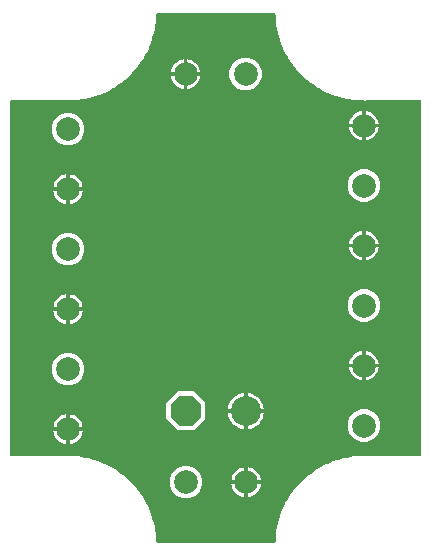
<source format=gbr>
G04 EAGLE Gerber X2 export*
%TF.Part,Single*%
%TF.FileFunction,Copper,L1,Top,Mixed*%
%TF.FilePolarity,Positive*%
%TF.GenerationSoftware,Autodesk,EAGLE,9.1.0*%
%TF.CreationDate,2018-10-24T11:47:27Z*%
G75*
%MOMM*%
%FSLAX34Y34*%
%LPD*%
%AMOC8*
5,1,8,0,0,1.08239X$1,22.5*%
G01*
%ADD10C,2.000000*%
%ADD11C,2.540000*%
%ADD12P,2.749271X8X202.500000*%

G36*
X234686Y10926D02*
X234686Y10926D01*
X234705Y10924D01*
X234807Y10946D01*
X234909Y10962D01*
X234926Y10972D01*
X234946Y10976D01*
X235035Y11029D01*
X235126Y11078D01*
X235140Y11092D01*
X235157Y11102D01*
X235224Y11181D01*
X235296Y11256D01*
X235304Y11274D01*
X235317Y11289D01*
X235356Y11385D01*
X235399Y11479D01*
X235401Y11499D01*
X235409Y11517D01*
X235427Y11684D01*
X235427Y11925D01*
X235439Y11950D01*
X235470Y11993D01*
X235491Y12060D01*
X235521Y12124D01*
X235533Y12197D01*
X235543Y12229D01*
X235542Y12251D01*
X235549Y12289D01*
X235770Y16230D01*
X235766Y16266D01*
X235769Y16291D01*
X235767Y16301D01*
X235769Y16328D01*
X235752Y16400D01*
X235744Y16475D01*
X235723Y16519D01*
X235712Y16567D01*
X235651Y16677D01*
X235641Y16698D01*
X235636Y16704D01*
X235631Y16714D01*
X235615Y16736D01*
X235882Y18308D01*
X235882Y18337D01*
X235891Y18393D01*
X235981Y19985D01*
X236001Y20003D01*
X236032Y20041D01*
X236070Y20073D01*
X236109Y20137D01*
X236156Y20195D01*
X236173Y20241D01*
X236199Y20282D01*
X236233Y20403D01*
X236241Y20425D01*
X236242Y20433D01*
X236245Y20444D01*
X236934Y24502D01*
X236935Y24551D01*
X236944Y24599D01*
X236940Y24635D01*
X236943Y24665D01*
X236935Y24700D01*
X236936Y24748D01*
X236920Y24795D01*
X236915Y24843D01*
X236893Y24894D01*
X236891Y24905D01*
X236884Y24917D01*
X236866Y24959D01*
X236859Y24982D01*
X236854Y24988D01*
X236850Y24998D01*
X236837Y25022D01*
X237278Y26555D01*
X237282Y26583D01*
X237297Y26638D01*
X237564Y28210D01*
X237587Y28226D01*
X237621Y28260D01*
X237662Y28287D01*
X237708Y28346D01*
X237762Y28399D01*
X237784Y28442D01*
X237814Y28481D01*
X237862Y28597D01*
X237872Y28618D01*
X237873Y28625D01*
X237878Y28636D01*
X239017Y32592D01*
X239023Y32640D01*
X239038Y32687D01*
X239038Y32762D01*
X239046Y32836D01*
X239036Y32884D01*
X239036Y32933D01*
X239001Y33054D01*
X238996Y33077D01*
X238992Y33083D01*
X238989Y33094D01*
X238979Y33120D01*
X239589Y34593D01*
X239596Y34621D01*
X239617Y34673D01*
X240059Y36205D01*
X240083Y36219D01*
X240121Y36249D01*
X240165Y36271D01*
X240217Y36325D01*
X240276Y36371D01*
X240303Y36412D01*
X240337Y36447D01*
X240398Y36557D01*
X240411Y36577D01*
X240412Y36584D01*
X240418Y36594D01*
X241993Y40397D01*
X242004Y40445D01*
X242025Y40489D01*
X242032Y40564D01*
X242049Y40637D01*
X242045Y40685D01*
X242050Y40734D01*
X242029Y40858D01*
X242026Y40882D01*
X242023Y40888D01*
X242021Y40899D01*
X242014Y40926D01*
X242785Y42322D01*
X242795Y42349D01*
X242822Y42399D01*
X243432Y43872D01*
X243458Y43882D01*
X243499Y43908D01*
X243545Y43925D01*
X243603Y43972D01*
X243667Y44012D01*
X243698Y44049D01*
X243736Y44080D01*
X243809Y44183D01*
X243824Y44201D01*
X243826Y44208D01*
X243833Y44217D01*
X245824Y47821D01*
X245841Y47867D01*
X245866Y47909D01*
X245882Y47982D01*
X245907Y48052D01*
X245908Y48101D01*
X245918Y48149D01*
X245912Y48259D01*
X245912Y48263D01*
X245911Y48268D01*
X245911Y48275D01*
X245911Y48298D01*
X245909Y48305D01*
X245909Y48316D01*
X245904Y48344D01*
X246827Y49644D01*
X246839Y49670D01*
X246872Y49716D01*
X247643Y51112D01*
X247670Y51120D01*
X247714Y51141D01*
X247762Y51152D01*
X247825Y51193D01*
X247892Y51225D01*
X247927Y51259D01*
X247968Y51285D01*
X248052Y51379D01*
X248069Y51396D01*
X248073Y51402D01*
X248080Y51411D01*
X250462Y54768D01*
X250484Y54812D01*
X250514Y54851D01*
X250538Y54922D01*
X250570Y54989D01*
X250577Y55038D01*
X250593Y55084D01*
X250599Y55209D01*
X250602Y55233D01*
X250601Y55240D01*
X250602Y55251D01*
X250600Y55279D01*
X251663Y56468D01*
X251678Y56493D01*
X251716Y56535D01*
X252638Y57835D01*
X252666Y57840D01*
X252712Y57856D01*
X252760Y57862D01*
X252827Y57895D01*
X252898Y57920D01*
X252937Y57949D01*
X252981Y57971D01*
X253075Y58055D01*
X253093Y58069D01*
X253098Y58076D01*
X253106Y58083D01*
X255849Y61153D01*
X255875Y61194D01*
X255909Y61229D01*
X255941Y61297D01*
X255981Y61360D01*
X255993Y61408D01*
X256014Y61452D01*
X256035Y61576D01*
X256040Y61599D01*
X256040Y61606D01*
X256042Y61617D01*
X256043Y61645D01*
X257232Y62707D01*
X257250Y62730D01*
X257293Y62768D01*
X258355Y63957D01*
X258383Y63958D01*
X258430Y63969D01*
X258479Y63970D01*
X258550Y63995D01*
X258623Y64012D01*
X258665Y64037D01*
X258711Y64053D01*
X258813Y64126D01*
X258833Y64139D01*
X258838Y64144D01*
X258847Y64151D01*
X261917Y66894D01*
X261948Y66932D01*
X261985Y66964D01*
X262024Y67027D01*
X262072Y67086D01*
X262089Y67131D01*
X262114Y67173D01*
X262149Y67294D01*
X262157Y67316D01*
X262157Y67323D01*
X262160Y67334D01*
X262165Y67362D01*
X263465Y68284D01*
X263486Y68304D01*
X263532Y68337D01*
X264721Y69400D01*
X264749Y69398D01*
X264797Y69404D01*
X264846Y69399D01*
X264919Y69417D01*
X264993Y69424D01*
X265038Y69445D01*
X265085Y69456D01*
X265195Y69517D01*
X265217Y69527D01*
X265222Y69532D01*
X265232Y69538D01*
X268589Y71920D01*
X268624Y71954D01*
X268665Y71981D01*
X268711Y72040D01*
X268764Y72093D01*
X268786Y72136D01*
X268817Y72175D01*
X268864Y72291D01*
X268875Y72312D01*
X268876Y72320D01*
X268880Y72330D01*
X268888Y72357D01*
X270284Y73128D01*
X270307Y73146D01*
X270356Y73173D01*
X271656Y74096D01*
X271684Y74091D01*
X271732Y74091D01*
X271780Y74081D01*
X271855Y74090D01*
X271930Y74090D01*
X271976Y74105D01*
X272024Y74111D01*
X272141Y74160D01*
X272163Y74167D01*
X272169Y74171D01*
X272179Y74176D01*
X275783Y76167D01*
X275821Y76197D01*
X275865Y76220D01*
X275917Y76273D01*
X275976Y76319D01*
X276003Y76360D01*
X276037Y76395D01*
X276097Y76505D01*
X276111Y76525D01*
X276112Y76532D01*
X276118Y76542D01*
X276128Y76568D01*
X277601Y77178D01*
X277626Y77193D01*
X277678Y77215D01*
X279074Y77986D01*
X279101Y77979D01*
X279149Y77973D01*
X279196Y77958D01*
X279271Y77958D01*
X279345Y77950D01*
X279393Y77960D01*
X279442Y77960D01*
X279562Y77995D01*
X279586Y78000D01*
X279592Y78004D01*
X279603Y78007D01*
X283406Y79582D01*
X283448Y79608D01*
X283494Y79625D01*
X283552Y79672D01*
X283615Y79712D01*
X283646Y79750D01*
X283684Y79780D01*
X283757Y79883D01*
X283772Y79901D01*
X283775Y79908D01*
X283781Y79917D01*
X283795Y79941D01*
X285327Y80383D01*
X285353Y80395D01*
X285407Y80411D01*
X286880Y81021D01*
X286906Y81011D01*
X286954Y81000D01*
X286998Y80979D01*
X287015Y80978D01*
X287019Y80976D01*
X287084Y80969D01*
X287145Y80955D01*
X287182Y80958D01*
X287185Y80958D01*
X287208Y80958D01*
X287243Y80954D01*
X287367Y80975D01*
X287390Y80978D01*
X287397Y80981D01*
X287408Y80983D01*
X291364Y82122D01*
X291408Y82143D01*
X291456Y82155D01*
X291519Y82196D01*
X291586Y82228D01*
X291622Y82262D01*
X291663Y82288D01*
X291746Y82382D01*
X291763Y82398D01*
X291767Y82405D01*
X291774Y82413D01*
X291790Y82436D01*
X293362Y82703D01*
X293390Y82712D01*
X293445Y82722D01*
X294978Y83163D01*
X295002Y83150D01*
X295048Y83134D01*
X295090Y83108D01*
X295163Y83092D01*
X295234Y83067D01*
X295282Y83066D01*
X295330Y83056D01*
X295456Y83063D01*
X295480Y83063D01*
X295486Y83065D01*
X295498Y83066D01*
X299556Y83755D01*
X299603Y83771D01*
X299651Y83778D01*
X299718Y83811D01*
X299789Y83835D01*
X299828Y83865D01*
X299872Y83887D01*
X299965Y83970D01*
X299984Y83985D01*
X299988Y83991D01*
X299997Y83999D01*
X300015Y84019D01*
X301607Y84109D01*
X301635Y84115D01*
X301692Y84118D01*
X303264Y84385D01*
X303286Y84369D01*
X303330Y84348D01*
X303369Y84318D01*
X303440Y84294D01*
X303507Y84261D01*
X303556Y84255D01*
X303602Y84239D01*
X303728Y84232D01*
X303751Y84229D01*
X303758Y84231D01*
X303770Y84230D01*
X307711Y84451D01*
X307779Y84467D01*
X307849Y84472D01*
X307898Y84493D01*
X307951Y84505D01*
X308011Y84541D01*
X308075Y84568D01*
X308081Y84573D01*
X309850Y84573D01*
X309866Y84575D01*
X309893Y84574D01*
X311665Y84673D01*
X311691Y84663D01*
X311736Y84634D01*
X311804Y84617D01*
X311869Y84591D01*
X311944Y84583D01*
X311975Y84575D01*
X311997Y84577D01*
X312036Y84573D01*
X358316Y84573D01*
X358336Y84576D01*
X358355Y84574D01*
X358457Y84596D01*
X358559Y84612D01*
X358576Y84622D01*
X358596Y84626D01*
X358685Y84679D01*
X358776Y84728D01*
X358790Y84742D01*
X358807Y84752D01*
X358874Y84831D01*
X358946Y84906D01*
X358954Y84924D01*
X358967Y84939D01*
X359006Y85035D01*
X359049Y85129D01*
X359051Y85149D01*
X359059Y85167D01*
X359077Y85334D01*
X359077Y384666D01*
X359074Y384686D01*
X359076Y384705D01*
X359054Y384807D01*
X359038Y384909D01*
X359028Y384926D01*
X359024Y384946D01*
X358971Y385035D01*
X358922Y385126D01*
X358908Y385140D01*
X358898Y385157D01*
X358819Y385224D01*
X358744Y385296D01*
X358726Y385304D01*
X358711Y385317D01*
X358615Y385356D01*
X358521Y385399D01*
X358501Y385401D01*
X358483Y385409D01*
X358316Y385427D01*
X312036Y385427D01*
X311967Y385416D01*
X311897Y385414D01*
X311846Y385396D01*
X311793Y385388D01*
X311731Y385355D01*
X311665Y385331D01*
X311660Y385327D01*
X309893Y385426D01*
X309877Y385424D01*
X309850Y385427D01*
X308075Y385427D01*
X308050Y385439D01*
X308007Y385470D01*
X307940Y385491D01*
X307876Y385521D01*
X307803Y385533D01*
X307772Y385543D01*
X307749Y385542D01*
X307711Y385549D01*
X303770Y385770D01*
X303721Y385765D01*
X303672Y385769D01*
X303600Y385752D01*
X303525Y385744D01*
X303481Y385724D01*
X303433Y385712D01*
X303323Y385651D01*
X303302Y385641D01*
X303296Y385636D01*
X303286Y385631D01*
X303264Y385615D01*
X301692Y385882D01*
X301663Y385882D01*
X301607Y385891D01*
X300015Y385981D01*
X299997Y386001D01*
X299959Y386032D01*
X299927Y386070D01*
X299863Y386109D01*
X299805Y386156D01*
X299759Y386173D01*
X299718Y386199D01*
X299597Y386233D01*
X299575Y386241D01*
X299567Y386242D01*
X299556Y386245D01*
X295498Y386934D01*
X295449Y386935D01*
X295401Y386944D01*
X295327Y386935D01*
X295252Y386936D01*
X295205Y386920D01*
X295157Y386915D01*
X295041Y386866D01*
X295018Y386859D01*
X295012Y386854D01*
X295002Y386850D01*
X294978Y386837D01*
X293445Y387278D01*
X293417Y387281D01*
X293362Y387297D01*
X291790Y387564D01*
X291774Y387587D01*
X291740Y387621D01*
X291713Y387662D01*
X291654Y387709D01*
X291601Y387762D01*
X291558Y387784D01*
X291519Y387814D01*
X291403Y387862D01*
X291382Y387872D01*
X291375Y387873D01*
X291364Y387878D01*
X287408Y389017D01*
X287360Y389023D01*
X287313Y389038D01*
X287238Y389038D01*
X287164Y389046D01*
X287116Y389036D01*
X287067Y389036D01*
X286946Y389001D01*
X286923Y388996D01*
X286917Y388992D01*
X286906Y388989D01*
X286880Y388979D01*
X285407Y389589D01*
X285379Y389596D01*
X285327Y389617D01*
X283795Y390059D01*
X283781Y390083D01*
X283751Y390121D01*
X283729Y390165D01*
X283675Y390217D01*
X283629Y390276D01*
X283588Y390303D01*
X283553Y390337D01*
X283443Y390398D01*
X283423Y390411D01*
X283416Y390412D01*
X283406Y390418D01*
X279603Y391993D01*
X279555Y392004D01*
X279511Y392025D01*
X279436Y392032D01*
X279363Y392049D01*
X279315Y392045D01*
X279266Y392050D01*
X279142Y392029D01*
X279118Y392026D01*
X279112Y392023D01*
X279101Y392021D01*
X279074Y392014D01*
X277678Y392785D01*
X277651Y392795D01*
X277601Y392822D01*
X276128Y393432D01*
X276118Y393458D01*
X276092Y393499D01*
X276075Y393545D01*
X276028Y393603D01*
X275988Y393667D01*
X275951Y393698D01*
X275920Y393736D01*
X275817Y393809D01*
X275799Y393824D01*
X275792Y393826D01*
X275783Y393833D01*
X272179Y395824D01*
X272133Y395841D01*
X272091Y395866D01*
X272018Y395882D01*
X271948Y395907D01*
X271899Y395908D01*
X271851Y395918D01*
X271725Y395911D01*
X271702Y395911D01*
X271695Y395909D01*
X271684Y395909D01*
X271656Y395904D01*
X270356Y396827D01*
X270330Y396839D01*
X270284Y396872D01*
X268888Y397643D01*
X268880Y397670D01*
X268859Y397714D01*
X268848Y397762D01*
X268807Y397825D01*
X268775Y397892D01*
X268741Y397927D01*
X268715Y397968D01*
X268621Y398052D01*
X268604Y398069D01*
X268598Y398073D01*
X268589Y398080D01*
X265232Y400462D01*
X265188Y400484D01*
X265149Y400514D01*
X265078Y400538D01*
X265011Y400570D01*
X264962Y400577D01*
X264916Y400593D01*
X264791Y400599D01*
X264767Y400602D01*
X264760Y400601D01*
X264749Y400602D01*
X264721Y400600D01*
X263532Y401663D01*
X263507Y401678D01*
X263465Y401716D01*
X262165Y402638D01*
X262160Y402666D01*
X262144Y402712D01*
X262138Y402760D01*
X262105Y402827D01*
X262080Y402898D01*
X262051Y402937D01*
X262029Y402981D01*
X261945Y403075D01*
X261931Y403093D01*
X261924Y403098D01*
X261917Y403106D01*
X258847Y405849D01*
X258806Y405875D01*
X258771Y405909D01*
X258703Y405941D01*
X258640Y405981D01*
X258592Y405993D01*
X258548Y406014D01*
X258424Y406035D01*
X258401Y406040D01*
X258394Y406040D01*
X258383Y406042D01*
X258355Y406043D01*
X257293Y407232D01*
X257270Y407250D01*
X257232Y407293D01*
X256043Y408355D01*
X256042Y408383D01*
X256031Y408430D01*
X256030Y408479D01*
X256005Y408550D01*
X255988Y408623D01*
X255963Y408665D01*
X255947Y408711D01*
X255874Y408813D01*
X255861Y408833D01*
X255856Y408838D01*
X255849Y408847D01*
X253106Y411917D01*
X253068Y411948D01*
X253036Y411985D01*
X252973Y412024D01*
X252914Y412072D01*
X252869Y412089D01*
X252827Y412114D01*
X252706Y412149D01*
X252684Y412157D01*
X252677Y412157D01*
X252666Y412160D01*
X252638Y412165D01*
X251716Y413465D01*
X251696Y413486D01*
X251663Y413532D01*
X250600Y414721D01*
X250602Y414749D01*
X250596Y414797D01*
X250601Y414846D01*
X250583Y414919D01*
X250576Y414993D01*
X250555Y415038D01*
X250544Y415085D01*
X250483Y415195D01*
X250473Y415217D01*
X250468Y415222D01*
X250462Y415232D01*
X248080Y418589D01*
X248046Y418624D01*
X248019Y418665D01*
X247960Y418711D01*
X247907Y418764D01*
X247863Y418786D01*
X247825Y418817D01*
X247709Y418864D01*
X247687Y418875D01*
X247680Y418876D01*
X247670Y418880D01*
X247643Y418888D01*
X246872Y420284D01*
X246854Y420306D01*
X246827Y420356D01*
X245904Y421656D01*
X245909Y421684D01*
X245909Y421732D01*
X245919Y421780D01*
X245910Y421855D01*
X245910Y421930D01*
X245895Y421976D01*
X245889Y422025D01*
X245840Y422141D01*
X245833Y422163D01*
X245829Y422169D01*
X245824Y422179D01*
X243833Y425783D01*
X243803Y425821D01*
X243780Y425865D01*
X243727Y425917D01*
X243681Y425976D01*
X243640Y426003D01*
X243605Y426037D01*
X243495Y426097D01*
X243475Y426111D01*
X243468Y426112D01*
X243458Y426118D01*
X243432Y426128D01*
X242822Y427601D01*
X242807Y427626D01*
X242785Y427678D01*
X242014Y429074D01*
X242021Y429101D01*
X242027Y429149D01*
X242042Y429196D01*
X242042Y429271D01*
X242050Y429345D01*
X242040Y429393D01*
X242040Y429442D01*
X242005Y429562D01*
X242000Y429586D01*
X241996Y429592D01*
X241993Y429603D01*
X240418Y433406D01*
X240392Y433448D01*
X240375Y433494D01*
X240328Y433552D01*
X240288Y433615D01*
X240250Y433646D01*
X240220Y433684D01*
X240117Y433757D01*
X240099Y433772D01*
X240092Y433775D01*
X240083Y433781D01*
X240059Y433795D01*
X239617Y435327D01*
X239605Y435353D01*
X239589Y435407D01*
X238979Y436880D01*
X238989Y436906D01*
X239000Y436954D01*
X239021Y436998D01*
X239028Y437073D01*
X239045Y437145D01*
X239041Y437194D01*
X239046Y437243D01*
X239025Y437367D01*
X239022Y437390D01*
X239019Y437397D01*
X239017Y437408D01*
X237878Y441364D01*
X237857Y441408D01*
X237845Y441456D01*
X237805Y441519D01*
X237772Y441586D01*
X237738Y441622D01*
X237712Y441663D01*
X237618Y441746D01*
X237602Y441763D01*
X237595Y441767D01*
X237587Y441774D01*
X237564Y441790D01*
X237297Y443362D01*
X237288Y443390D01*
X237278Y443445D01*
X236837Y444978D01*
X236850Y445002D01*
X236866Y445048D01*
X236892Y445090D01*
X236908Y445163D01*
X236933Y445234D01*
X236934Y445283D01*
X236944Y445330D01*
X236937Y445455D01*
X236937Y445479D01*
X236935Y445487D01*
X236934Y445498D01*
X236245Y449556D01*
X236229Y449603D01*
X236222Y449651D01*
X236189Y449718D01*
X236165Y449789D01*
X236135Y449828D01*
X236113Y449872D01*
X236030Y449965D01*
X236015Y449984D01*
X236009Y449988D01*
X236001Y449997D01*
X235981Y450015D01*
X235891Y451607D01*
X235885Y451635D01*
X235882Y451692D01*
X235615Y453264D01*
X235631Y453286D01*
X235652Y453330D01*
X235682Y453369D01*
X235706Y453440D01*
X235739Y453507D01*
X235745Y453556D01*
X235761Y453602D01*
X235768Y453727D01*
X235771Y453751D01*
X235769Y453758D01*
X235770Y453770D01*
X235549Y457711D01*
X235533Y457779D01*
X235528Y457849D01*
X235507Y457898D01*
X235495Y457951D01*
X235459Y458011D01*
X235432Y458075D01*
X235427Y458081D01*
X235427Y458316D01*
X235424Y458336D01*
X235426Y458355D01*
X235404Y458457D01*
X235388Y458559D01*
X235378Y458576D01*
X235374Y458596D01*
X235321Y458685D01*
X235272Y458776D01*
X235258Y458790D01*
X235248Y458807D01*
X235169Y458874D01*
X235094Y458946D01*
X235076Y458954D01*
X235061Y458967D01*
X234965Y459006D01*
X234871Y459049D01*
X234851Y459051D01*
X234833Y459059D01*
X234666Y459077D01*
X135334Y459077D01*
X135314Y459074D01*
X135295Y459076D01*
X135193Y459054D01*
X135091Y459038D01*
X135074Y459028D01*
X135054Y459024D01*
X134965Y458971D01*
X134874Y458922D01*
X134860Y458908D01*
X134843Y458898D01*
X134776Y458819D01*
X134704Y458744D01*
X134696Y458726D01*
X134683Y458711D01*
X134644Y458615D01*
X134601Y458521D01*
X134599Y458501D01*
X134591Y458483D01*
X134573Y458316D01*
X134573Y458075D01*
X134561Y458050D01*
X134530Y458007D01*
X134509Y457940D01*
X134479Y457876D01*
X134467Y457803D01*
X134457Y457772D01*
X134458Y457749D01*
X134451Y457711D01*
X134230Y453770D01*
X134235Y453721D01*
X134231Y453672D01*
X134248Y453600D01*
X134256Y453525D01*
X134276Y453481D01*
X134288Y453433D01*
X134349Y453323D01*
X134359Y453302D01*
X134364Y453296D01*
X134369Y453286D01*
X134385Y453264D01*
X134118Y451692D01*
X134118Y451663D01*
X134109Y451607D01*
X134019Y450015D01*
X133999Y449997D01*
X133968Y449959D01*
X133930Y449927D01*
X133891Y449863D01*
X133844Y449805D01*
X133827Y449759D01*
X133801Y449718D01*
X133773Y449618D01*
X133768Y449608D01*
X133767Y449598D01*
X133767Y449597D01*
X133759Y449575D01*
X133758Y449567D01*
X133755Y449556D01*
X133066Y445498D01*
X133065Y445449D01*
X133056Y445401D01*
X133065Y445327D01*
X133064Y445252D01*
X133080Y445205D01*
X133085Y445157D01*
X133134Y445041D01*
X133141Y445018D01*
X133146Y445012D01*
X133150Y445002D01*
X133163Y444978D01*
X132722Y443445D01*
X132718Y443417D01*
X132703Y443362D01*
X132436Y441790D01*
X132413Y441774D01*
X132379Y441740D01*
X132338Y441713D01*
X132291Y441654D01*
X132238Y441601D01*
X132216Y441558D01*
X132186Y441519D01*
X132138Y441403D01*
X132128Y441382D01*
X132127Y441375D01*
X132122Y441364D01*
X130983Y437408D01*
X130977Y437360D01*
X130962Y437313D01*
X130962Y437238D01*
X130954Y437164D01*
X130964Y437116D01*
X130964Y437067D01*
X130999Y436946D01*
X131004Y436923D01*
X131008Y436917D01*
X131011Y436906D01*
X131021Y436880D01*
X130411Y435407D01*
X130404Y435379D01*
X130383Y435327D01*
X129941Y433795D01*
X129917Y433781D01*
X129879Y433751D01*
X129835Y433729D01*
X129783Y433675D01*
X129724Y433629D01*
X129697Y433588D01*
X129663Y433553D01*
X129602Y433443D01*
X129589Y433423D01*
X129588Y433416D01*
X129582Y433406D01*
X128007Y429603D01*
X127996Y429555D01*
X127975Y429511D01*
X127968Y429436D01*
X127951Y429363D01*
X127955Y429315D01*
X127950Y429266D01*
X127971Y429142D01*
X127974Y429118D01*
X127977Y429112D01*
X127979Y429101D01*
X127986Y429074D01*
X127215Y427678D01*
X127205Y427651D01*
X127178Y427601D01*
X126568Y426128D01*
X126542Y426118D01*
X126501Y426092D01*
X126455Y426075D01*
X126397Y426028D01*
X126333Y425988D01*
X126302Y425951D01*
X126264Y425920D01*
X126192Y425817D01*
X126176Y425799D01*
X126174Y425792D01*
X126167Y425783D01*
X124176Y422179D01*
X124159Y422133D01*
X124134Y422091D01*
X124118Y422018D01*
X124093Y421948D01*
X124092Y421899D01*
X124082Y421851D01*
X124089Y421725D01*
X124089Y421702D01*
X124091Y421695D01*
X124091Y421684D01*
X124096Y421656D01*
X123173Y420356D01*
X123161Y420330D01*
X123128Y420284D01*
X122357Y418888D01*
X122330Y418880D01*
X122286Y418859D01*
X122238Y418848D01*
X122175Y418807D01*
X122108Y418775D01*
X122073Y418741D01*
X122032Y418715D01*
X121948Y418621D01*
X121931Y418604D01*
X121927Y418598D01*
X121920Y418589D01*
X119538Y415232D01*
X119516Y415188D01*
X119486Y415149D01*
X119462Y415078D01*
X119430Y415011D01*
X119423Y414962D01*
X119407Y414916D01*
X119401Y414790D01*
X119398Y414767D01*
X119399Y414760D01*
X119398Y414749D01*
X119400Y414721D01*
X118337Y413532D01*
X118322Y413507D01*
X118284Y413465D01*
X117362Y412165D01*
X117334Y412160D01*
X117288Y412144D01*
X117240Y412138D01*
X117173Y412105D01*
X117102Y412080D01*
X117063Y412051D01*
X117019Y412029D01*
X116925Y411945D01*
X116907Y411931D01*
X116902Y411924D01*
X116894Y411917D01*
X114151Y408847D01*
X114125Y408806D01*
X114091Y408771D01*
X114059Y408703D01*
X114019Y408640D01*
X114007Y408592D01*
X113986Y408548D01*
X113965Y408424D01*
X113960Y408401D01*
X113960Y408394D01*
X113958Y408383D01*
X113957Y408355D01*
X112768Y407293D01*
X112750Y407270D01*
X112707Y407232D01*
X111645Y406043D01*
X111617Y406042D01*
X111570Y406031D01*
X111521Y406030D01*
X111450Y406005D01*
X111377Y405988D01*
X111335Y405963D01*
X111289Y405947D01*
X111187Y405874D01*
X111167Y405861D01*
X111162Y405856D01*
X111153Y405849D01*
X108083Y403106D01*
X108052Y403068D01*
X108015Y403036D01*
X107976Y402973D01*
X107928Y402914D01*
X107911Y402869D01*
X107886Y402827D01*
X107851Y402706D01*
X107843Y402684D01*
X107843Y402677D01*
X107840Y402666D01*
X107835Y402638D01*
X106535Y401716D01*
X106514Y401696D01*
X106468Y401663D01*
X105279Y400600D01*
X105251Y400602D01*
X105203Y400596D01*
X105154Y400601D01*
X105081Y400583D01*
X105007Y400576D01*
X104962Y400555D01*
X104915Y400544D01*
X104805Y400483D01*
X104783Y400473D01*
X104778Y400468D01*
X104768Y400462D01*
X101411Y398080D01*
X101376Y398046D01*
X101335Y398019D01*
X101289Y397960D01*
X101236Y397907D01*
X101214Y397864D01*
X101183Y397825D01*
X101136Y397709D01*
X101125Y397688D01*
X101124Y397680D01*
X101120Y397670D01*
X101112Y397643D01*
X99716Y396872D01*
X99693Y396854D01*
X99644Y396827D01*
X98344Y395904D01*
X98316Y395909D01*
X98267Y395909D01*
X98220Y395919D01*
X98145Y395910D01*
X98070Y395910D01*
X98024Y395895D01*
X97975Y395889D01*
X97859Y395841D01*
X97837Y395833D01*
X97831Y395829D01*
X97821Y395824D01*
X94217Y393833D01*
X94179Y393803D01*
X94135Y393780D01*
X94083Y393727D01*
X94024Y393681D01*
X93997Y393640D01*
X93963Y393605D01*
X93902Y393495D01*
X93889Y393475D01*
X93888Y393468D01*
X93882Y393458D01*
X93872Y393432D01*
X92399Y392822D01*
X92374Y392807D01*
X92322Y392785D01*
X90926Y392014D01*
X90899Y392021D01*
X90851Y392027D01*
X90804Y392042D01*
X90729Y392042D01*
X90655Y392050D01*
X90607Y392040D01*
X90558Y392040D01*
X90438Y392005D01*
X90414Y392000D01*
X90408Y391996D01*
X90397Y391993D01*
X86594Y390418D01*
X86552Y390392D01*
X86506Y390375D01*
X86448Y390328D01*
X86385Y390288D01*
X86354Y390250D01*
X86316Y390220D01*
X86243Y390117D01*
X86228Y390099D01*
X86225Y390092D01*
X86219Y390083D01*
X86205Y390059D01*
X84673Y389617D01*
X84647Y389605D01*
X84593Y389589D01*
X83120Y388979D01*
X83094Y388989D01*
X83046Y389000D01*
X83002Y389021D01*
X82927Y389028D01*
X82855Y389045D01*
X82806Y389041D01*
X82757Y389046D01*
X82633Y389025D01*
X82610Y389022D01*
X82603Y389019D01*
X82592Y389017D01*
X78636Y387878D01*
X78592Y387857D01*
X78544Y387845D01*
X78481Y387805D01*
X78414Y387772D01*
X78378Y387738D01*
X78337Y387712D01*
X78254Y387618D01*
X78237Y387602D01*
X78233Y387595D01*
X78226Y387587D01*
X78210Y387564D01*
X76638Y387297D01*
X76610Y387288D01*
X76555Y387278D01*
X75022Y386837D01*
X74998Y386850D01*
X74952Y386866D01*
X74910Y386892D01*
X74837Y386908D01*
X74766Y386933D01*
X74717Y386934D01*
X74670Y386944D01*
X74545Y386937D01*
X74521Y386937D01*
X74513Y386935D01*
X74502Y386934D01*
X70444Y386245D01*
X70397Y386229D01*
X70349Y386222D01*
X70282Y386189D01*
X70211Y386165D01*
X70172Y386135D01*
X70128Y386113D01*
X70035Y386030D01*
X70016Y386015D01*
X70012Y386009D01*
X70003Y386001D01*
X69985Y385981D01*
X68393Y385891D01*
X68365Y385885D01*
X68308Y385882D01*
X66736Y385615D01*
X66714Y385631D01*
X66670Y385652D01*
X66631Y385682D01*
X66560Y385706D01*
X66493Y385739D01*
X66444Y385745D01*
X66398Y385761D01*
X66272Y385768D01*
X66249Y385771D01*
X66242Y385769D01*
X66230Y385770D01*
X62289Y385549D01*
X62221Y385533D01*
X62151Y385528D01*
X62102Y385507D01*
X62049Y385495D01*
X61989Y385459D01*
X61925Y385432D01*
X61919Y385427D01*
X60150Y385427D01*
X60134Y385425D01*
X60107Y385426D01*
X58335Y385327D01*
X58309Y385337D01*
X58264Y385366D01*
X58196Y385383D01*
X58131Y385409D01*
X58056Y385417D01*
X58025Y385425D01*
X58003Y385423D01*
X57964Y385427D01*
X11684Y385427D01*
X11664Y385424D01*
X11645Y385426D01*
X11543Y385404D01*
X11441Y385388D01*
X11424Y385378D01*
X11404Y385374D01*
X11315Y385321D01*
X11224Y385272D01*
X11210Y385258D01*
X11193Y385248D01*
X11126Y385169D01*
X11054Y385094D01*
X11046Y385076D01*
X11033Y385061D01*
X10994Y384965D01*
X10951Y384871D01*
X10949Y384851D01*
X10941Y384833D01*
X10923Y384666D01*
X10923Y85334D01*
X10926Y85314D01*
X10924Y85295D01*
X10946Y85193D01*
X10962Y85091D01*
X10972Y85074D01*
X10976Y85054D01*
X11029Y84965D01*
X11078Y84874D01*
X11092Y84860D01*
X11102Y84843D01*
X11181Y84776D01*
X11256Y84704D01*
X11274Y84696D01*
X11289Y84683D01*
X11385Y84644D01*
X11479Y84601D01*
X11499Y84599D01*
X11517Y84591D01*
X11684Y84573D01*
X57964Y84573D01*
X58033Y84584D01*
X58103Y84586D01*
X58154Y84604D01*
X58207Y84612D01*
X58269Y84645D01*
X58335Y84669D01*
X58340Y84673D01*
X60107Y84574D01*
X60123Y84576D01*
X60150Y84573D01*
X61925Y84573D01*
X61950Y84561D01*
X61993Y84530D01*
X62060Y84509D01*
X62124Y84479D01*
X62197Y84467D01*
X62228Y84457D01*
X62251Y84458D01*
X62289Y84451D01*
X66230Y84230D01*
X66279Y84235D01*
X66328Y84231D01*
X66400Y84248D01*
X66475Y84256D01*
X66519Y84276D01*
X66567Y84288D01*
X66677Y84349D01*
X66698Y84359D01*
X66704Y84364D01*
X66714Y84369D01*
X66736Y84385D01*
X68308Y84118D01*
X68337Y84118D01*
X68393Y84109D01*
X69985Y84019D01*
X70003Y83999D01*
X70041Y83968D01*
X70073Y83930D01*
X70137Y83891D01*
X70195Y83844D01*
X70241Y83827D01*
X70282Y83801D01*
X70403Y83767D01*
X70425Y83759D01*
X70433Y83758D01*
X70444Y83755D01*
X74502Y83066D01*
X74551Y83065D01*
X74599Y83056D01*
X74673Y83065D01*
X74748Y83064D01*
X74795Y83080D01*
X74843Y83085D01*
X74959Y83134D01*
X74982Y83141D01*
X74988Y83146D01*
X74998Y83150D01*
X75022Y83163D01*
X76555Y82722D01*
X76583Y82718D01*
X76638Y82703D01*
X78210Y82436D01*
X78226Y82413D01*
X78260Y82379D01*
X78287Y82338D01*
X78346Y82292D01*
X78399Y82238D01*
X78442Y82216D01*
X78481Y82186D01*
X78597Y82138D01*
X78618Y82128D01*
X78625Y82127D01*
X78636Y82122D01*
X82592Y80983D01*
X82608Y80981D01*
X82619Y80976D01*
X82654Y80972D01*
X82687Y80962D01*
X82745Y80962D01*
X82786Y80958D01*
X82801Y80958D01*
X82836Y80954D01*
X82884Y80964D01*
X82933Y80964D01*
X83037Y80994D01*
X83057Y80997D01*
X83065Y81001D01*
X83077Y81004D01*
X83083Y81008D01*
X83094Y81011D01*
X83120Y81021D01*
X84593Y80411D01*
X84621Y80404D01*
X84673Y80383D01*
X86205Y79941D01*
X86219Y79917D01*
X86249Y79879D01*
X86271Y79835D01*
X86325Y79783D01*
X86371Y79724D01*
X86412Y79697D01*
X86447Y79663D01*
X86557Y79602D01*
X86577Y79589D01*
X86584Y79588D01*
X86594Y79582D01*
X90397Y78007D01*
X90445Y77996D01*
X90489Y77975D01*
X90564Y77968D01*
X90637Y77951D01*
X90685Y77955D01*
X90734Y77950D01*
X90858Y77971D01*
X90882Y77974D01*
X90888Y77977D01*
X90899Y77979D01*
X90926Y77986D01*
X92322Y77215D01*
X92349Y77205D01*
X92399Y77178D01*
X93872Y76568D01*
X93882Y76542D01*
X93908Y76501D01*
X93925Y76455D01*
X93972Y76397D01*
X94012Y76333D01*
X94049Y76302D01*
X94080Y76264D01*
X94183Y76192D01*
X94201Y76176D01*
X94208Y76174D01*
X94217Y76167D01*
X97821Y74176D01*
X97867Y74159D01*
X97909Y74134D01*
X97982Y74118D01*
X98052Y74093D01*
X98101Y74092D01*
X98149Y74082D01*
X98275Y74089D01*
X98298Y74089D01*
X98305Y74091D01*
X98316Y74091D01*
X98344Y74096D01*
X99644Y73173D01*
X99670Y73161D01*
X99716Y73128D01*
X101112Y72357D01*
X101120Y72330D01*
X101130Y72309D01*
X101131Y72304D01*
X101136Y72295D01*
X101141Y72286D01*
X101152Y72238D01*
X101193Y72175D01*
X101225Y72108D01*
X101259Y72073D01*
X101285Y72032D01*
X101379Y71948D01*
X101396Y71931D01*
X101402Y71927D01*
X101411Y71920D01*
X104768Y69538D01*
X104812Y69516D01*
X104851Y69486D01*
X104922Y69462D01*
X104989Y69430D01*
X105038Y69423D01*
X105084Y69407D01*
X105209Y69401D01*
X105233Y69398D01*
X105240Y69399D01*
X105251Y69398D01*
X105279Y69400D01*
X106468Y68337D01*
X106493Y68322D01*
X106535Y68284D01*
X107835Y67362D01*
X107840Y67334D01*
X107856Y67288D01*
X107862Y67240D01*
X107895Y67173D01*
X107920Y67102D01*
X107949Y67063D01*
X107971Y67019D01*
X108055Y66925D01*
X108069Y66907D01*
X108076Y66902D01*
X108083Y66894D01*
X111153Y64151D01*
X111194Y64125D01*
X111229Y64091D01*
X111297Y64059D01*
X111360Y64019D01*
X111408Y64007D01*
X111452Y63986D01*
X111576Y63965D01*
X111599Y63960D01*
X111606Y63960D01*
X111617Y63958D01*
X111645Y63957D01*
X112707Y62768D01*
X112730Y62750D01*
X112768Y62707D01*
X113957Y61645D01*
X113958Y61617D01*
X113969Y61570D01*
X113970Y61521D01*
X113995Y61450D01*
X114012Y61377D01*
X114037Y61335D01*
X114053Y61289D01*
X114126Y61187D01*
X114139Y61167D01*
X114144Y61162D01*
X114151Y61153D01*
X116894Y58083D01*
X116932Y58052D01*
X116964Y58015D01*
X117027Y57976D01*
X117086Y57928D01*
X117131Y57911D01*
X117173Y57886D01*
X117294Y57851D01*
X117316Y57843D01*
X117323Y57843D01*
X117334Y57840D01*
X117362Y57835D01*
X118284Y56535D01*
X118304Y56514D01*
X118337Y56468D01*
X119400Y55279D01*
X119398Y55251D01*
X119404Y55203D01*
X119399Y55154D01*
X119417Y55081D01*
X119424Y55007D01*
X119445Y54962D01*
X119456Y54915D01*
X119517Y54805D01*
X119527Y54783D01*
X119532Y54778D01*
X119538Y54768D01*
X121920Y51411D01*
X121954Y51376D01*
X121981Y51335D01*
X122040Y51289D01*
X122093Y51236D01*
X122136Y51214D01*
X122175Y51183D01*
X122291Y51136D01*
X122312Y51125D01*
X122320Y51124D01*
X122330Y51120D01*
X122357Y51112D01*
X123128Y49716D01*
X123146Y49693D01*
X123173Y49644D01*
X124096Y48344D01*
X124091Y48316D01*
X124091Y48268D01*
X124081Y48220D01*
X124090Y48145D01*
X124090Y48070D01*
X124105Y48024D01*
X124111Y47976D01*
X124159Y47860D01*
X124167Y47837D01*
X124171Y47831D01*
X124176Y47821D01*
X126167Y44217D01*
X126197Y44179D01*
X126220Y44135D01*
X126273Y44083D01*
X126319Y44024D01*
X126360Y43997D01*
X126395Y43963D01*
X126505Y43903D01*
X126525Y43889D01*
X126532Y43888D01*
X126542Y43882D01*
X126568Y43872D01*
X127178Y42399D01*
X127193Y42374D01*
X127215Y42322D01*
X127986Y40926D01*
X127979Y40899D01*
X127973Y40851D01*
X127958Y40804D01*
X127958Y40729D01*
X127950Y40655D01*
X127960Y40607D01*
X127960Y40558D01*
X127995Y40438D01*
X128000Y40414D01*
X128004Y40408D01*
X128007Y40397D01*
X129582Y36594D01*
X129608Y36552D01*
X129625Y36506D01*
X129672Y36448D01*
X129712Y36385D01*
X129750Y36354D01*
X129780Y36316D01*
X129883Y36243D01*
X129901Y36228D01*
X129908Y36225D01*
X129917Y36219D01*
X129941Y36205D01*
X130383Y34673D01*
X130395Y34647D01*
X130411Y34593D01*
X131021Y33120D01*
X131011Y33094D01*
X131000Y33046D01*
X130979Y33002D01*
X130972Y32927D01*
X130955Y32855D01*
X130959Y32806D01*
X130954Y32757D01*
X130975Y32633D01*
X130978Y32610D01*
X130981Y32603D01*
X130983Y32592D01*
X132122Y28636D01*
X132143Y28592D01*
X132155Y28544D01*
X132196Y28481D01*
X132228Y28414D01*
X132262Y28378D01*
X132288Y28337D01*
X132382Y28254D01*
X132398Y28237D01*
X132405Y28233D01*
X132413Y28226D01*
X132436Y28210D01*
X132703Y26638D01*
X132712Y26610D01*
X132722Y26555D01*
X133163Y25022D01*
X133150Y24998D01*
X133134Y24952D01*
X133108Y24910D01*
X133097Y24859D01*
X133084Y24830D01*
X133081Y24805D01*
X133067Y24766D01*
X133066Y24718D01*
X133056Y24670D01*
X133060Y24610D01*
X133057Y24586D01*
X133062Y24560D01*
X133063Y24544D01*
X133063Y24520D01*
X133065Y24514D01*
X133066Y24502D01*
X133755Y20444D01*
X133771Y20397D01*
X133778Y20349D01*
X133811Y20282D01*
X133835Y20211D01*
X133865Y20172D01*
X133887Y20128D01*
X133970Y20035D01*
X133985Y20016D01*
X133991Y20012D01*
X133999Y20003D01*
X134019Y19985D01*
X134109Y18393D01*
X134115Y18365D01*
X134118Y18308D01*
X134385Y16736D01*
X134369Y16714D01*
X134348Y16670D01*
X134318Y16631D01*
X134294Y16560D01*
X134261Y16493D01*
X134255Y16444D01*
X134239Y16398D01*
X134232Y16272D01*
X134229Y16249D01*
X134231Y16242D01*
X134230Y16230D01*
X134451Y12289D01*
X134467Y12221D01*
X134472Y12151D01*
X134493Y12102D01*
X134505Y12049D01*
X134541Y11989D01*
X134568Y11925D01*
X134573Y11919D01*
X134573Y11684D01*
X134576Y11664D01*
X134574Y11645D01*
X134596Y11543D01*
X134612Y11441D01*
X134622Y11424D01*
X134626Y11404D01*
X134679Y11315D01*
X134728Y11224D01*
X134742Y11210D01*
X134752Y11193D01*
X134831Y11126D01*
X134906Y11054D01*
X134924Y11046D01*
X134939Y11033D01*
X135035Y10994D01*
X135129Y10951D01*
X135149Y10949D01*
X135167Y10941D01*
X135334Y10923D01*
X234666Y10923D01*
X234686Y10926D01*
G37*
%LPC*%
G36*
X152761Y105989D02*
X152761Y105989D01*
X143089Y115661D01*
X143089Y129339D01*
X152761Y139011D01*
X166439Y139011D01*
X176111Y129339D01*
X176111Y115661D01*
X166439Y105989D01*
X152761Y105989D01*
G37*
%LPD*%
%LPC*%
G36*
X307503Y96300D02*
X307503Y96300D01*
X302427Y98403D01*
X298542Y102288D01*
X296439Y107364D01*
X296439Y112858D01*
X298542Y117934D01*
X302427Y121819D01*
X307503Y123922D01*
X312997Y123922D01*
X318073Y121819D01*
X321958Y117934D01*
X324061Y112858D01*
X324061Y107364D01*
X321958Y102288D01*
X318073Y98403D01*
X312997Y96300D01*
X307503Y96300D01*
G37*
%LPD*%
%LPC*%
G36*
X307503Y299500D02*
X307503Y299500D01*
X302427Y301603D01*
X298542Y305488D01*
X296439Y310564D01*
X296439Y316058D01*
X298542Y321134D01*
X302427Y325019D01*
X307503Y327122D01*
X312997Y327122D01*
X318073Y325019D01*
X321958Y321134D01*
X324061Y316058D01*
X324061Y310564D01*
X321958Y305488D01*
X318073Y301603D01*
X312997Y299500D01*
X307503Y299500D01*
G37*
%LPD*%
%LPC*%
G36*
X57003Y347378D02*
X57003Y347378D01*
X51927Y349481D01*
X48042Y353366D01*
X45939Y358442D01*
X45939Y363936D01*
X48042Y369012D01*
X51927Y372897D01*
X57003Y375000D01*
X62497Y375000D01*
X67573Y372897D01*
X71458Y369012D01*
X73561Y363936D01*
X73561Y358442D01*
X71458Y353366D01*
X67573Y349481D01*
X62497Y347378D01*
X57003Y347378D01*
G37*
%LPD*%
%LPC*%
G36*
X57003Y245778D02*
X57003Y245778D01*
X51927Y247881D01*
X48042Y251766D01*
X45939Y256842D01*
X45939Y262336D01*
X48042Y267412D01*
X51927Y271297D01*
X57003Y273400D01*
X62497Y273400D01*
X67573Y271297D01*
X71458Y267412D01*
X73561Y262336D01*
X73561Y256842D01*
X71458Y251766D01*
X67573Y247881D01*
X62497Y245778D01*
X57003Y245778D01*
G37*
%LPD*%
%LPC*%
G36*
X157064Y48439D02*
X157064Y48439D01*
X151988Y50542D01*
X148103Y54427D01*
X146000Y59503D01*
X146000Y64997D01*
X148103Y70073D01*
X151988Y73958D01*
X157064Y76061D01*
X162558Y76061D01*
X167634Y73958D01*
X171519Y70073D01*
X173622Y64997D01*
X173622Y59503D01*
X171519Y54427D01*
X167634Y50542D01*
X162558Y48439D01*
X157064Y48439D01*
G37*
%LPD*%
%LPC*%
G36*
X57003Y144178D02*
X57003Y144178D01*
X51927Y146281D01*
X48042Y150166D01*
X45939Y155242D01*
X45939Y160736D01*
X48042Y165812D01*
X51927Y169697D01*
X57003Y171800D01*
X62497Y171800D01*
X67573Y169697D01*
X71458Y165812D01*
X73561Y160736D01*
X73561Y155242D01*
X71458Y150166D01*
X67573Y146281D01*
X62497Y144178D01*
X57003Y144178D01*
G37*
%LPD*%
%LPC*%
G36*
X307503Y197900D02*
X307503Y197900D01*
X302427Y200003D01*
X298542Y203888D01*
X296439Y208964D01*
X296439Y214458D01*
X298542Y219534D01*
X302427Y223419D01*
X307503Y225522D01*
X312997Y225522D01*
X318073Y223419D01*
X321958Y219534D01*
X324061Y214458D01*
X324061Y208964D01*
X321958Y203888D01*
X318073Y200003D01*
X312997Y197900D01*
X307503Y197900D01*
G37*
%LPD*%
%LPC*%
G36*
X207442Y393939D02*
X207442Y393939D01*
X202366Y396042D01*
X198481Y399927D01*
X196378Y405003D01*
X196378Y410497D01*
X198481Y415573D01*
X202366Y419458D01*
X207442Y421561D01*
X212936Y421561D01*
X218012Y419458D01*
X221897Y415573D01*
X224000Y410497D01*
X224000Y405003D01*
X221897Y399927D01*
X218012Y396042D01*
X212936Y393939D01*
X207442Y393939D01*
G37*
%LPD*%
%LPC*%
G36*
X211923Y124023D02*
X211923Y124023D01*
X211923Y137689D01*
X213969Y137365D01*
X216250Y136624D01*
X218388Y135535D01*
X220329Y134125D01*
X222025Y132429D01*
X223435Y130488D01*
X224524Y128350D01*
X225265Y126069D01*
X225589Y124023D01*
X211923Y124023D01*
G37*
%LPD*%
%LPC*%
G36*
X195211Y124023D02*
X195211Y124023D01*
X195535Y126069D01*
X196276Y128350D01*
X197365Y130488D01*
X198775Y132429D01*
X200471Y134125D01*
X202412Y135535D01*
X204550Y136624D01*
X206831Y137365D01*
X208877Y137689D01*
X208877Y124023D01*
X195211Y124023D01*
G37*
%LPD*%
%LPC*%
G36*
X211923Y120977D02*
X211923Y120977D01*
X225589Y120977D01*
X225265Y118931D01*
X224524Y116650D01*
X223435Y114512D01*
X222025Y112571D01*
X220329Y110875D01*
X218388Y109465D01*
X216250Y108376D01*
X213969Y107635D01*
X211923Y107311D01*
X211923Y120977D01*
G37*
%LPD*%
%LPC*%
G36*
X206831Y107635D02*
X206831Y107635D01*
X204550Y108376D01*
X202412Y109465D01*
X200471Y110875D01*
X198775Y112571D01*
X197365Y114512D01*
X196276Y116650D01*
X195535Y118931D01*
X195211Y120977D01*
X208877Y120977D01*
X208877Y107311D01*
X206831Y107635D01*
G37*
%LPD*%
%LPC*%
G36*
X61273Y210312D02*
X61273Y210312D01*
X61273Y221245D01*
X62687Y221021D01*
X64564Y220411D01*
X66323Y219515D01*
X67920Y218355D01*
X69316Y216959D01*
X70476Y215362D01*
X71372Y213603D01*
X71982Y211726D01*
X72206Y210312D01*
X61273Y210312D01*
G37*
%LPD*%
%LPC*%
G36*
X311773Y264034D02*
X311773Y264034D01*
X311773Y274967D01*
X313187Y274743D01*
X315064Y274133D01*
X316823Y273237D01*
X318420Y272077D01*
X319816Y270681D01*
X320976Y269084D01*
X321872Y267325D01*
X322482Y265448D01*
X322706Y264034D01*
X311773Y264034D01*
G37*
%LPD*%
%LPC*%
G36*
X311773Y162434D02*
X311773Y162434D01*
X311773Y173367D01*
X313187Y173143D01*
X315064Y172533D01*
X316823Y171637D01*
X318420Y170477D01*
X319816Y169081D01*
X320976Y167484D01*
X321872Y165725D01*
X322482Y163848D01*
X322706Y162434D01*
X311773Y162434D01*
G37*
%LPD*%
%LPC*%
G36*
X61273Y311912D02*
X61273Y311912D01*
X61273Y322845D01*
X62687Y322621D01*
X64564Y322011D01*
X66323Y321115D01*
X67920Y319955D01*
X69316Y318559D01*
X70476Y316962D01*
X71372Y315203D01*
X71982Y313326D01*
X72206Y311912D01*
X61273Y311912D01*
G37*
%LPD*%
%LPC*%
G36*
X61273Y108712D02*
X61273Y108712D01*
X61273Y119645D01*
X62687Y119421D01*
X64564Y118811D01*
X66323Y117915D01*
X67920Y116755D01*
X69316Y115359D01*
X70476Y113762D01*
X71372Y112003D01*
X71982Y110126D01*
X72206Y108712D01*
X61273Y108712D01*
G37*
%LPD*%
%LPC*%
G36*
X311773Y365634D02*
X311773Y365634D01*
X311773Y376567D01*
X313187Y376343D01*
X315064Y375733D01*
X316823Y374837D01*
X318420Y373677D01*
X319816Y372281D01*
X320976Y370684D01*
X321872Y368925D01*
X322482Y367048D01*
X322706Y365634D01*
X311773Y365634D01*
G37*
%LPD*%
%LPC*%
G36*
X212134Y63773D02*
X212134Y63773D01*
X212134Y74706D01*
X213548Y74482D01*
X215425Y73872D01*
X217184Y72976D01*
X218781Y71816D01*
X220177Y70420D01*
X221337Y68823D01*
X222233Y67064D01*
X222843Y65187D01*
X223067Y63773D01*
X212134Y63773D01*
G37*
%LPD*%
%LPC*%
G36*
X160912Y409273D02*
X160912Y409273D01*
X160912Y420206D01*
X162326Y419982D01*
X164203Y419372D01*
X165962Y418476D01*
X167559Y417316D01*
X168955Y415920D01*
X170115Y414323D01*
X171011Y412564D01*
X171621Y410687D01*
X171845Y409273D01*
X160912Y409273D01*
G37*
%LPD*%
%LPC*%
G36*
X47294Y108712D02*
X47294Y108712D01*
X47518Y110126D01*
X48128Y112003D01*
X49024Y113762D01*
X50184Y115359D01*
X51580Y116755D01*
X53177Y117915D01*
X54936Y118811D01*
X56813Y119421D01*
X58227Y119645D01*
X58227Y108712D01*
X47294Y108712D01*
G37*
%LPD*%
%LPC*%
G36*
X61273Y105666D02*
X61273Y105666D01*
X72206Y105666D01*
X71982Y104252D01*
X71372Y102375D01*
X70476Y100616D01*
X69316Y99019D01*
X67920Y97623D01*
X66323Y96463D01*
X64564Y95567D01*
X62687Y94957D01*
X61273Y94733D01*
X61273Y105666D01*
G37*
%LPD*%
%LPC*%
G36*
X311773Y159388D02*
X311773Y159388D01*
X322706Y159388D01*
X322482Y157974D01*
X321872Y156097D01*
X320976Y154338D01*
X319816Y152741D01*
X318420Y151345D01*
X316823Y150185D01*
X315064Y149289D01*
X313187Y148679D01*
X311773Y148455D01*
X311773Y159388D01*
G37*
%LPD*%
%LPC*%
G36*
X297794Y162434D02*
X297794Y162434D01*
X298018Y163848D01*
X298628Y165725D01*
X299524Y167484D01*
X300684Y169081D01*
X302080Y170477D01*
X303677Y171637D01*
X305436Y172533D01*
X307313Y173143D01*
X308727Y173367D01*
X308727Y162434D01*
X297794Y162434D01*
G37*
%LPD*%
%LPC*%
G36*
X198155Y63773D02*
X198155Y63773D01*
X198379Y65187D01*
X198989Y67064D01*
X199885Y68823D01*
X201045Y70420D01*
X202441Y71816D01*
X204038Y72976D01*
X205797Y73872D01*
X207674Y74482D01*
X209088Y74706D01*
X209088Y63773D01*
X198155Y63773D01*
G37*
%LPD*%
%LPC*%
G36*
X212134Y60727D02*
X212134Y60727D01*
X223067Y60727D01*
X222843Y59313D01*
X222233Y57436D01*
X221337Y55677D01*
X220177Y54080D01*
X218781Y52684D01*
X217184Y51524D01*
X215425Y50628D01*
X213548Y50018D01*
X212134Y49794D01*
X212134Y60727D01*
G37*
%LPD*%
%LPC*%
G36*
X47294Y210312D02*
X47294Y210312D01*
X47518Y211726D01*
X48128Y213603D01*
X49024Y215362D01*
X50184Y216959D01*
X51580Y218355D01*
X53177Y219515D01*
X54936Y220411D01*
X56813Y221021D01*
X58227Y221245D01*
X58227Y210312D01*
X47294Y210312D01*
G37*
%LPD*%
%LPC*%
G36*
X61273Y207266D02*
X61273Y207266D01*
X72206Y207266D01*
X71982Y205852D01*
X71372Y203975D01*
X70476Y202216D01*
X69316Y200619D01*
X67920Y199223D01*
X66323Y198063D01*
X64564Y197167D01*
X62687Y196557D01*
X61273Y196333D01*
X61273Y207266D01*
G37*
%LPD*%
%LPC*%
G36*
X146933Y409273D02*
X146933Y409273D01*
X147157Y410687D01*
X147767Y412564D01*
X148663Y414323D01*
X149823Y415920D01*
X151219Y417316D01*
X152816Y418476D01*
X154575Y419372D01*
X156452Y419982D01*
X157866Y420206D01*
X157866Y409273D01*
X146933Y409273D01*
G37*
%LPD*%
%LPC*%
G36*
X160912Y406227D02*
X160912Y406227D01*
X171845Y406227D01*
X171621Y404813D01*
X171011Y402936D01*
X170115Y401177D01*
X168955Y399580D01*
X167559Y398184D01*
X165962Y397024D01*
X164203Y396128D01*
X162326Y395518D01*
X160912Y395294D01*
X160912Y406227D01*
G37*
%LPD*%
%LPC*%
G36*
X311773Y260988D02*
X311773Y260988D01*
X322706Y260988D01*
X322482Y259574D01*
X321872Y257697D01*
X320976Y255938D01*
X319816Y254341D01*
X318420Y252945D01*
X316823Y251785D01*
X315064Y250889D01*
X313187Y250279D01*
X311773Y250055D01*
X311773Y260988D01*
G37*
%LPD*%
%LPC*%
G36*
X297794Y365634D02*
X297794Y365634D01*
X298018Y367048D01*
X298628Y368925D01*
X299524Y370684D01*
X300684Y372281D01*
X302080Y373677D01*
X303677Y374837D01*
X305436Y375733D01*
X307313Y376343D01*
X308727Y376567D01*
X308727Y365634D01*
X297794Y365634D01*
G37*
%LPD*%
%LPC*%
G36*
X297794Y264034D02*
X297794Y264034D01*
X298018Y265448D01*
X298628Y267325D01*
X299524Y269084D01*
X300684Y270681D01*
X302080Y272077D01*
X303677Y273237D01*
X305436Y274133D01*
X307313Y274743D01*
X308727Y274967D01*
X308727Y264034D01*
X297794Y264034D01*
G37*
%LPD*%
%LPC*%
G36*
X311773Y362588D02*
X311773Y362588D01*
X322706Y362588D01*
X322482Y361174D01*
X321872Y359297D01*
X320976Y357538D01*
X319816Y355941D01*
X318420Y354545D01*
X316823Y353385D01*
X315064Y352489D01*
X313187Y351879D01*
X311773Y351655D01*
X311773Y362588D01*
G37*
%LPD*%
%LPC*%
G36*
X61273Y308866D02*
X61273Y308866D01*
X72206Y308866D01*
X71982Y307452D01*
X71372Y305575D01*
X70476Y303816D01*
X69316Y302219D01*
X67920Y300823D01*
X66323Y299663D01*
X64564Y298767D01*
X62687Y298157D01*
X61273Y297933D01*
X61273Y308866D01*
G37*
%LPD*%
%LPC*%
G36*
X47294Y311912D02*
X47294Y311912D01*
X47518Y313326D01*
X48128Y315203D01*
X49024Y316962D01*
X50184Y318559D01*
X51580Y319955D01*
X53177Y321115D01*
X54936Y322011D01*
X56813Y322621D01*
X58227Y322845D01*
X58227Y311912D01*
X47294Y311912D01*
G37*
%LPD*%
%LPC*%
G36*
X207674Y50018D02*
X207674Y50018D01*
X205797Y50628D01*
X204038Y51524D01*
X202441Y52684D01*
X201045Y54080D01*
X199885Y55677D01*
X198989Y57436D01*
X198379Y59313D01*
X198155Y60727D01*
X209088Y60727D01*
X209088Y49794D01*
X207674Y50018D01*
G37*
%LPD*%
%LPC*%
G36*
X156452Y395518D02*
X156452Y395518D01*
X154575Y396128D01*
X152816Y397024D01*
X151219Y398184D01*
X149823Y399580D01*
X148663Y401177D01*
X147767Y402936D01*
X147157Y404813D01*
X146933Y406227D01*
X157866Y406227D01*
X157866Y395294D01*
X156452Y395518D01*
G37*
%LPD*%
%LPC*%
G36*
X56813Y94957D02*
X56813Y94957D01*
X54936Y95567D01*
X53177Y96463D01*
X51580Y97623D01*
X50184Y99019D01*
X49024Y100616D01*
X48128Y102375D01*
X47518Y104252D01*
X47294Y105666D01*
X58227Y105666D01*
X58227Y94733D01*
X56813Y94957D01*
G37*
%LPD*%
%LPC*%
G36*
X307313Y351879D02*
X307313Y351879D01*
X305436Y352489D01*
X303677Y353385D01*
X302080Y354545D01*
X300684Y355941D01*
X299524Y357538D01*
X298628Y359297D01*
X298018Y361174D01*
X297794Y362588D01*
X308727Y362588D01*
X308727Y351655D01*
X307313Y351879D01*
G37*
%LPD*%
%LPC*%
G36*
X56813Y298157D02*
X56813Y298157D01*
X54936Y298767D01*
X53177Y299663D01*
X51580Y300823D01*
X50184Y302219D01*
X49024Y303816D01*
X48128Y305575D01*
X47518Y307452D01*
X47294Y308866D01*
X58227Y308866D01*
X58227Y297933D01*
X56813Y298157D01*
G37*
%LPD*%
%LPC*%
G36*
X307313Y148679D02*
X307313Y148679D01*
X305436Y149289D01*
X303677Y150185D01*
X302080Y151345D01*
X300684Y152741D01*
X299524Y154338D01*
X298628Y156097D01*
X298018Y157974D01*
X297794Y159388D01*
X308727Y159388D01*
X308727Y148455D01*
X307313Y148679D01*
G37*
%LPD*%
%LPC*%
G36*
X307313Y250279D02*
X307313Y250279D01*
X305436Y250889D01*
X303677Y251785D01*
X302080Y252945D01*
X300684Y254341D01*
X299524Y255938D01*
X298628Y257697D01*
X298018Y259574D01*
X297794Y260988D01*
X308727Y260988D01*
X308727Y250055D01*
X307313Y250279D01*
G37*
%LPD*%
%LPC*%
G36*
X56813Y196557D02*
X56813Y196557D01*
X54936Y197167D01*
X53177Y198063D01*
X51580Y199223D01*
X50184Y200619D01*
X49024Y202216D01*
X48128Y203975D01*
X47518Y205852D01*
X47294Y207266D01*
X58227Y207266D01*
X58227Y196333D01*
X56813Y196557D01*
G37*
%LPD*%
%LPC*%
G36*
X210399Y122499D02*
X210399Y122499D01*
X210399Y122501D01*
X210401Y122501D01*
X210401Y122499D01*
X210399Y122499D01*
G37*
%LPD*%
%LPC*%
G36*
X59749Y310388D02*
X59749Y310388D01*
X59749Y310390D01*
X59751Y310390D01*
X59751Y310388D01*
X59749Y310388D01*
G37*
%LPD*%
%LPC*%
G36*
X310249Y364110D02*
X310249Y364110D01*
X310249Y364112D01*
X310251Y364112D01*
X310251Y364110D01*
X310249Y364110D01*
G37*
%LPD*%
%LPC*%
G36*
X59749Y107188D02*
X59749Y107188D01*
X59749Y107190D01*
X59751Y107190D01*
X59751Y107188D01*
X59749Y107188D01*
G37*
%LPD*%
%LPC*%
G36*
X310249Y262510D02*
X310249Y262510D01*
X310249Y262512D01*
X310251Y262512D01*
X310251Y262510D01*
X310249Y262510D01*
G37*
%LPD*%
%LPC*%
G36*
X310249Y160910D02*
X310249Y160910D01*
X310249Y160912D01*
X310251Y160912D01*
X310251Y160910D01*
X310249Y160910D01*
G37*
%LPD*%
%LPC*%
G36*
X159388Y407749D02*
X159388Y407749D01*
X159388Y407751D01*
X159390Y407751D01*
X159390Y407749D01*
X159388Y407749D01*
G37*
%LPD*%
%LPC*%
G36*
X210610Y62249D02*
X210610Y62249D01*
X210610Y62251D01*
X210612Y62251D01*
X210612Y62249D01*
X210610Y62249D01*
G37*
%LPD*%
%LPC*%
G36*
X59749Y208788D02*
X59749Y208788D01*
X59749Y208790D01*
X59751Y208790D01*
X59751Y208788D01*
X59749Y208788D01*
G37*
%LPD*%
D10*
X59750Y310389D03*
X59750Y361189D03*
X59750Y208789D03*
X59750Y259589D03*
X59750Y107189D03*
X59750Y157989D03*
X210611Y62250D03*
X159811Y62250D03*
X310250Y160911D03*
X310250Y110111D03*
X310250Y262511D03*
X310250Y211711D03*
X310250Y364111D03*
X310250Y313311D03*
X159389Y407750D03*
X210189Y407750D03*
D11*
X210400Y122500D03*
D12*
X159600Y122500D03*
M02*

</source>
